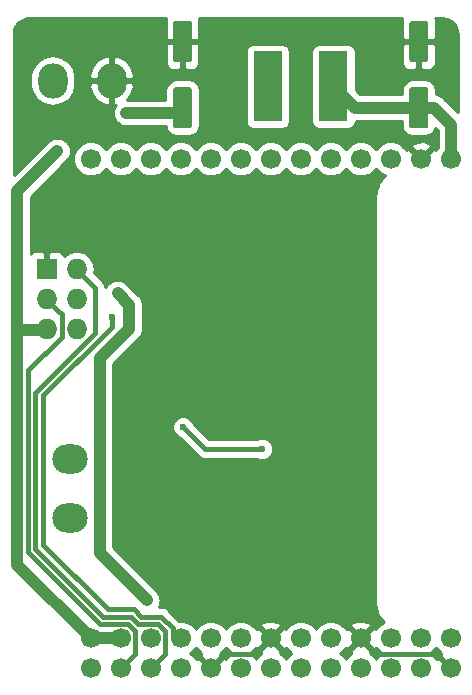
<source format=gbr>
G04 #@! TF.GenerationSoftware,KiCad,Pcbnew,5.0.2-bee76a0~70~ubuntu16.04.1*
G04 #@! TF.CreationDate,2019-04-26T01:24:52+02:00*
G04 #@! TF.ProjectId,mb-a,6d622d61-2e6b-4696-9361-645f70636258,rev?*
G04 #@! TF.SameCoordinates,Original*
G04 #@! TF.FileFunction,Copper,L2,Bot*
G04 #@! TF.FilePolarity,Positive*
%FSLAX46Y46*%
G04 Gerber Fmt 4.6, Leading zero omitted, Abs format (unit mm)*
G04 Created by KiCad (PCBNEW 5.0.2-bee76a0~70~ubuntu16.04.1) date Fri 26 Apr 2019 01:24:52 AM CEST*
%MOMM*%
%LPD*%
G01*
G04 APERTURE LIST*
G04 #@! TA.AperFunction,ComponentPad*
%ADD10O,3.000000X2.500000*%
G04 #@! TD*
G04 #@! TA.AperFunction,ComponentPad*
%ADD11O,2.500000X3.000000*%
G04 #@! TD*
G04 #@! TA.AperFunction,ComponentPad*
%ADD12C,1.700000*%
G04 #@! TD*
G04 #@! TA.AperFunction,ComponentPad*
%ADD13O,1.727200X1.727200*%
G04 #@! TD*
G04 #@! TA.AperFunction,ComponentPad*
%ADD14R,1.727200X1.727200*%
G04 #@! TD*
G04 #@! TA.AperFunction,Conductor*
%ADD15C,0.100000*%
G04 #@! TD*
G04 #@! TA.AperFunction,SMDPad,CuDef*
%ADD16C,1.600000*%
G04 #@! TD*
G04 #@! TA.AperFunction,SMDPad,CuDef*
%ADD17R,2.450000X5.900000*%
G04 #@! TD*
G04 #@! TA.AperFunction,ViaPad*
%ADD18C,3.000000*%
G04 #@! TD*
G04 #@! TA.AperFunction,ViaPad*
%ADD19C,1.000000*%
G04 #@! TD*
G04 #@! TA.AperFunction,ViaPad*
%ADD20C,0.600000*%
G04 #@! TD*
G04 #@! TA.AperFunction,Conductor*
%ADD21C,0.400000*%
G04 #@! TD*
G04 #@! TA.AperFunction,Conductor*
%ADD22C,1.000000*%
G04 #@! TD*
G04 #@! TA.AperFunction,Conductor*
%ADD23C,0.254000*%
G04 #@! TD*
G04 APERTURE END LIST*
D10*
G04 #@! TO.P,J2,2*
G04 #@! TO.N,Net-(C14-Pad1)*
X97000000Y-82000000D03*
G04 #@! TO.P,J2,1*
G04 #@! TO.N,Net-(C15-Pad2)*
X97000000Y-77000000D03*
G04 #@! TD*
D11*
G04 #@! TO.P,J1,2*
G04 #@! TO.N,+12V*
X95500000Y-45000000D03*
G04 #@! TO.P,J1,1*
G04 #@! TO.N,GND*
X100500000Y-45000000D03*
G04 #@! TD*
D12*
G04 #@! TO.P,M1,27*
G04 #@! TO.N,+5V*
X129228528Y-51634658D03*
G04 #@! TO.P,M1,28*
G04 #@! TO.N,GND*
X126688528Y-51634658D03*
G04 #@! TO.P,M1,29*
G04 #@! TO.N,N/C*
X124148528Y-51634658D03*
G04 #@! TO.P,M1,30*
X121608528Y-51634658D03*
G04 #@! TO.P,M1,31*
X119068528Y-51634658D03*
G04 #@! TO.P,M1,32*
X116528528Y-51634658D03*
G04 #@! TO.P,M1,33*
G04 #@! TO.N,/AUDIO*
X113988528Y-51634658D03*
G04 #@! TO.P,M1,34*
G04 #@! TO.N,N/C*
X111448528Y-51634658D03*
G04 #@! TO.P,M1,35*
X108908528Y-51634658D03*
G04 #@! TO.P,M1,36*
X106368528Y-51634658D03*
G04 #@! TO.P,M1,37*
X103828528Y-51634658D03*
G04 #@! TO.P,M1,38*
X101288528Y-51634658D03*
G04 #@! TO.P,M1,39*
X98748528Y-51634658D03*
G04 #@! TO.P,M1,26*
X129202892Y-92231414D03*
G04 #@! TO.P,M1,25*
G04 #@! TO.N,GND*
X129202892Y-94771414D03*
G04 #@! TO.P,M1,24*
G04 #@! TO.N,N/C*
X126662892Y-92231414D03*
G04 #@! TO.P,M1,23*
X126662892Y-94771414D03*
G04 #@! TO.P,M1,22*
X124122892Y-92231414D03*
G04 #@! TO.P,M1,21*
X124122892Y-94771414D03*
G04 #@! TO.P,M1,20*
G04 #@! TO.N,GND*
X121582892Y-92231414D03*
G04 #@! TO.P,M1,19*
G04 #@! TO.N,N/C*
X121582892Y-94771414D03*
G04 #@! TO.P,M1,18*
X119042892Y-92231414D03*
G04 #@! TO.P,M1,17*
G04 #@! TO.N,+3V3*
X119042892Y-94771414D03*
G04 #@! TO.P,M1,16*
G04 #@! TO.N,N/C*
X116502892Y-92231414D03*
G04 #@! TO.P,M1,15*
X116502892Y-94771414D03*
G04 #@! TO.P,M1,14*
G04 #@! TO.N,GND*
X113962892Y-92231414D03*
G04 #@! TO.P,M1,13*
G04 #@! TO.N,N/C*
X113962892Y-94771414D03*
G04 #@! TO.P,M1,12*
X111422892Y-92231414D03*
G04 #@! TO.P,M1,11*
X111422892Y-94771414D03*
G04 #@! TO.P,M1,10*
X108882892Y-92231414D03*
G04 #@! TO.P,M1,9*
G04 #@! TO.N,GND*
X108882892Y-94771414D03*
G04 #@! TO.P,M1,8*
G04 #@! TO.N,/ALERT*
X106342892Y-92231414D03*
G04 #@! TO.P,M1,7*
G04 #@! TO.N,N/C*
X106342892Y-94771414D03*
G04 #@! TO.P,M1,6*
G04 #@! TO.N,GND*
X103802892Y-92231414D03*
G04 #@! TO.P,M1,5*
G04 #@! TO.N,/SCL*
X103802892Y-94771414D03*
G04 #@! TO.P,M1,4*
G04 #@! TO.N,+5V*
X101262892Y-92231414D03*
G04 #@! TO.P,M1,3*
G04 #@! TO.N,/SDA*
X101262892Y-94771414D03*
G04 #@! TO.P,M1,2*
G04 #@! TO.N,+5V*
X98722892Y-92231414D03*
G04 #@! TO.P,M1,1*
G04 #@! TO.N,+3V3*
X98722892Y-94771414D03*
G04 #@! TD*
D13*
G04 #@! TO.P,X1,6*
G04 #@! TO.N,/ALERT*
X97540000Y-66000000D03*
G04 #@! TO.P,X1,5*
G04 #@! TO.N,+5V*
X95000000Y-66000000D03*
G04 #@! TO.P,X1,4*
G04 #@! TO.N,+3V3*
X97540000Y-63460000D03*
G04 #@! TO.P,X1,3*
G04 #@! TO.N,/SDA*
X95000000Y-63460000D03*
G04 #@! TO.P,X1,2*
G04 #@! TO.N,/SCL*
X97540000Y-60920000D03*
D14*
G04 #@! TO.P,X1,1*
G04 #@! TO.N,GND*
X95000000Y-60920000D03*
G04 #@! TD*
D15*
G04 #@! TO.N,GND*
G04 #@! TO.C,C4*
G36*
X107074504Y-39951204D02*
X107098773Y-39954804D01*
X107122571Y-39960765D01*
X107145671Y-39969030D01*
X107167849Y-39979520D01*
X107188893Y-39992133D01*
X107208598Y-40006747D01*
X107226777Y-40023223D01*
X107243253Y-40041402D01*
X107257867Y-40061107D01*
X107270480Y-40082151D01*
X107280970Y-40104329D01*
X107289235Y-40127429D01*
X107295196Y-40151227D01*
X107298796Y-40175496D01*
X107300000Y-40200000D01*
X107300000Y-43200000D01*
X107298796Y-43224504D01*
X107295196Y-43248773D01*
X107289235Y-43272571D01*
X107280970Y-43295671D01*
X107270480Y-43317849D01*
X107257867Y-43338893D01*
X107243253Y-43358598D01*
X107226777Y-43376777D01*
X107208598Y-43393253D01*
X107188893Y-43407867D01*
X107167849Y-43420480D01*
X107145671Y-43430970D01*
X107122571Y-43439235D01*
X107098773Y-43445196D01*
X107074504Y-43448796D01*
X107050000Y-43450000D01*
X105950000Y-43450000D01*
X105925496Y-43448796D01*
X105901227Y-43445196D01*
X105877429Y-43439235D01*
X105854329Y-43430970D01*
X105832151Y-43420480D01*
X105811107Y-43407867D01*
X105791402Y-43393253D01*
X105773223Y-43376777D01*
X105756747Y-43358598D01*
X105742133Y-43338893D01*
X105729520Y-43317849D01*
X105719030Y-43295671D01*
X105710765Y-43272571D01*
X105704804Y-43248773D01*
X105701204Y-43224504D01*
X105700000Y-43200000D01*
X105700000Y-40200000D01*
X105701204Y-40175496D01*
X105704804Y-40151227D01*
X105710765Y-40127429D01*
X105719030Y-40104329D01*
X105729520Y-40082151D01*
X105742133Y-40061107D01*
X105756747Y-40041402D01*
X105773223Y-40023223D01*
X105791402Y-40006747D01*
X105811107Y-39992133D01*
X105832151Y-39979520D01*
X105854329Y-39969030D01*
X105877429Y-39960765D01*
X105901227Y-39954804D01*
X105925496Y-39951204D01*
X105950000Y-39950000D01*
X107050000Y-39950000D01*
X107074504Y-39951204D01*
X107074504Y-39951204D01*
G37*
D16*
G04 #@! TD*
G04 #@! TO.P,C4,2*
G04 #@! TO.N,GND*
X106500000Y-41700000D03*
D15*
G04 #@! TO.N,+12V*
G04 #@! TO.C,C4*
G36*
X107074504Y-45551204D02*
X107098773Y-45554804D01*
X107122571Y-45560765D01*
X107145671Y-45569030D01*
X107167849Y-45579520D01*
X107188893Y-45592133D01*
X107208598Y-45606747D01*
X107226777Y-45623223D01*
X107243253Y-45641402D01*
X107257867Y-45661107D01*
X107270480Y-45682151D01*
X107280970Y-45704329D01*
X107289235Y-45727429D01*
X107295196Y-45751227D01*
X107298796Y-45775496D01*
X107300000Y-45800000D01*
X107300000Y-48800000D01*
X107298796Y-48824504D01*
X107295196Y-48848773D01*
X107289235Y-48872571D01*
X107280970Y-48895671D01*
X107270480Y-48917849D01*
X107257867Y-48938893D01*
X107243253Y-48958598D01*
X107226777Y-48976777D01*
X107208598Y-48993253D01*
X107188893Y-49007867D01*
X107167849Y-49020480D01*
X107145671Y-49030970D01*
X107122571Y-49039235D01*
X107098773Y-49045196D01*
X107074504Y-49048796D01*
X107050000Y-49050000D01*
X105950000Y-49050000D01*
X105925496Y-49048796D01*
X105901227Y-49045196D01*
X105877429Y-49039235D01*
X105854329Y-49030970D01*
X105832151Y-49020480D01*
X105811107Y-49007867D01*
X105791402Y-48993253D01*
X105773223Y-48976777D01*
X105756747Y-48958598D01*
X105742133Y-48938893D01*
X105729520Y-48917849D01*
X105719030Y-48895671D01*
X105710765Y-48872571D01*
X105704804Y-48848773D01*
X105701204Y-48824504D01*
X105700000Y-48800000D01*
X105700000Y-45800000D01*
X105701204Y-45775496D01*
X105704804Y-45751227D01*
X105710765Y-45727429D01*
X105719030Y-45704329D01*
X105729520Y-45682151D01*
X105742133Y-45661107D01*
X105756747Y-45641402D01*
X105773223Y-45623223D01*
X105791402Y-45606747D01*
X105811107Y-45592133D01*
X105832151Y-45579520D01*
X105854329Y-45569030D01*
X105877429Y-45560765D01*
X105901227Y-45554804D01*
X105925496Y-45551204D01*
X105950000Y-45550000D01*
X107050000Y-45550000D01*
X107074504Y-45551204D01*
X107074504Y-45551204D01*
G37*
D16*
G04 #@! TD*
G04 #@! TO.P,C4,1*
G04 #@! TO.N,+12V*
X106500000Y-47300000D03*
D15*
G04 #@! TO.N,GND*
G04 #@! TO.C,C19*
G36*
X127074504Y-39951204D02*
X127098773Y-39954804D01*
X127122571Y-39960765D01*
X127145671Y-39969030D01*
X127167849Y-39979520D01*
X127188893Y-39992133D01*
X127208598Y-40006747D01*
X127226777Y-40023223D01*
X127243253Y-40041402D01*
X127257867Y-40061107D01*
X127270480Y-40082151D01*
X127280970Y-40104329D01*
X127289235Y-40127429D01*
X127295196Y-40151227D01*
X127298796Y-40175496D01*
X127300000Y-40200000D01*
X127300000Y-43200000D01*
X127298796Y-43224504D01*
X127295196Y-43248773D01*
X127289235Y-43272571D01*
X127280970Y-43295671D01*
X127270480Y-43317849D01*
X127257867Y-43338893D01*
X127243253Y-43358598D01*
X127226777Y-43376777D01*
X127208598Y-43393253D01*
X127188893Y-43407867D01*
X127167849Y-43420480D01*
X127145671Y-43430970D01*
X127122571Y-43439235D01*
X127098773Y-43445196D01*
X127074504Y-43448796D01*
X127050000Y-43450000D01*
X125950000Y-43450000D01*
X125925496Y-43448796D01*
X125901227Y-43445196D01*
X125877429Y-43439235D01*
X125854329Y-43430970D01*
X125832151Y-43420480D01*
X125811107Y-43407867D01*
X125791402Y-43393253D01*
X125773223Y-43376777D01*
X125756747Y-43358598D01*
X125742133Y-43338893D01*
X125729520Y-43317849D01*
X125719030Y-43295671D01*
X125710765Y-43272571D01*
X125704804Y-43248773D01*
X125701204Y-43224504D01*
X125700000Y-43200000D01*
X125700000Y-40200000D01*
X125701204Y-40175496D01*
X125704804Y-40151227D01*
X125710765Y-40127429D01*
X125719030Y-40104329D01*
X125729520Y-40082151D01*
X125742133Y-40061107D01*
X125756747Y-40041402D01*
X125773223Y-40023223D01*
X125791402Y-40006747D01*
X125811107Y-39992133D01*
X125832151Y-39979520D01*
X125854329Y-39969030D01*
X125877429Y-39960765D01*
X125901227Y-39954804D01*
X125925496Y-39951204D01*
X125950000Y-39950000D01*
X127050000Y-39950000D01*
X127074504Y-39951204D01*
X127074504Y-39951204D01*
G37*
D16*
G04 #@! TD*
G04 #@! TO.P,C19,2*
G04 #@! TO.N,GND*
X126500000Y-41700000D03*
D15*
G04 #@! TO.N,+5V*
G04 #@! TO.C,C19*
G36*
X127074504Y-45551204D02*
X127098773Y-45554804D01*
X127122571Y-45560765D01*
X127145671Y-45569030D01*
X127167849Y-45579520D01*
X127188893Y-45592133D01*
X127208598Y-45606747D01*
X127226777Y-45623223D01*
X127243253Y-45641402D01*
X127257867Y-45661107D01*
X127270480Y-45682151D01*
X127280970Y-45704329D01*
X127289235Y-45727429D01*
X127295196Y-45751227D01*
X127298796Y-45775496D01*
X127300000Y-45800000D01*
X127300000Y-48800000D01*
X127298796Y-48824504D01*
X127295196Y-48848773D01*
X127289235Y-48872571D01*
X127280970Y-48895671D01*
X127270480Y-48917849D01*
X127257867Y-48938893D01*
X127243253Y-48958598D01*
X127226777Y-48976777D01*
X127208598Y-48993253D01*
X127188893Y-49007867D01*
X127167849Y-49020480D01*
X127145671Y-49030970D01*
X127122571Y-49039235D01*
X127098773Y-49045196D01*
X127074504Y-49048796D01*
X127050000Y-49050000D01*
X125950000Y-49050000D01*
X125925496Y-49048796D01*
X125901227Y-49045196D01*
X125877429Y-49039235D01*
X125854329Y-49030970D01*
X125832151Y-49020480D01*
X125811107Y-49007867D01*
X125791402Y-48993253D01*
X125773223Y-48976777D01*
X125756747Y-48958598D01*
X125742133Y-48938893D01*
X125729520Y-48917849D01*
X125719030Y-48895671D01*
X125710765Y-48872571D01*
X125704804Y-48848773D01*
X125701204Y-48824504D01*
X125700000Y-48800000D01*
X125700000Y-45800000D01*
X125701204Y-45775496D01*
X125704804Y-45751227D01*
X125710765Y-45727429D01*
X125719030Y-45704329D01*
X125729520Y-45682151D01*
X125742133Y-45661107D01*
X125756747Y-45641402D01*
X125773223Y-45623223D01*
X125791402Y-45606747D01*
X125811107Y-45592133D01*
X125832151Y-45579520D01*
X125854329Y-45569030D01*
X125877429Y-45560765D01*
X125901227Y-45554804D01*
X125925496Y-45551204D01*
X125950000Y-45550000D01*
X127050000Y-45550000D01*
X127074504Y-45551204D01*
X127074504Y-45551204D01*
G37*
D16*
G04 #@! TD*
G04 #@! TO.P,C19,1*
G04 #@! TO.N,+5V*
X126500000Y-47300000D03*
D17*
G04 #@! TO.P,L3,1*
G04 #@! TO.N,Net-(C18-Pad2)*
X113725000Y-45500000D03*
G04 #@! TO.P,L3,2*
G04 #@! TO.N,+5V*
X119275000Y-45500000D03*
G04 #@! TD*
D18*
G04 #@! TO.N,GND*
X112000000Y-73000000D03*
D19*
X106000000Y-85000000D03*
X119500000Y-86400000D03*
X108000000Y-81500000D03*
X106000000Y-61000000D03*
X108000000Y-64500000D03*
X101500000Y-76000000D03*
X101500000Y-70000000D03*
X121500000Y-70000000D03*
X121500000Y-73000000D03*
X119500000Y-59000000D03*
X111000000Y-41500000D03*
X122000000Y-44250010D03*
G04 #@! TO.N,+12V*
X101750000Y-47750000D03*
G04 #@! TO.N,+5V*
X95884000Y-50968000D03*
G04 #@! TO.N,+3V3*
X101000000Y-63000000D03*
X103500000Y-89000000D03*
D20*
G04 #@! TO.N,/AVCC*
X113260419Y-76188207D03*
X106552000Y-74336000D03*
G04 #@! TO.N,/ALERT*
X100500000Y-65000000D03*
D19*
G04 #@! TO.N,Net-(C18-Pad2)*
X114000000Y-47000000D03*
G04 #@! TD*
D21*
G04 #@! TO.N,GND*
X108882892Y-94771414D02*
X110132893Y-93521413D01*
X110132893Y-93521413D02*
X112672893Y-93521413D01*
X112672893Y-93521413D02*
X113112893Y-93081413D01*
X113112893Y-93081413D02*
X113962892Y-92231414D01*
X129202892Y-94771414D02*
X127952891Y-93521413D01*
X127952891Y-93521413D02*
X122872891Y-93521413D01*
X122872891Y-93521413D02*
X122432891Y-93081413D01*
X122432891Y-93081413D02*
X121582892Y-92231414D01*
D22*
G04 #@! TO.N,+12V*
X106450000Y-47750000D02*
X106500000Y-47800000D01*
X101750000Y-47750000D02*
X106450000Y-47750000D01*
G04 #@! TO.N,+5V*
X95884000Y-50968000D02*
X92500000Y-54352000D01*
X92500000Y-54352000D02*
X92500000Y-56681105D01*
X98722892Y-92231414D02*
X101262892Y-92231414D01*
X92500000Y-56681105D02*
X92500000Y-66000000D01*
X92500000Y-66000000D02*
X92500000Y-86008522D01*
X95000000Y-66080000D02*
X92580000Y-66080000D01*
X92580000Y-66080000D02*
X92500000Y-66000000D01*
X92500000Y-86008522D02*
X98722892Y-92231414D01*
X121075000Y-47300000D02*
X119275000Y-45500000D01*
X126500000Y-47300000D02*
X121075000Y-47300000D01*
X126500000Y-47300000D02*
X127800000Y-47300000D01*
X129228528Y-48728528D02*
X129228528Y-51634658D01*
X127800000Y-47300000D02*
X129228528Y-48728528D01*
G04 #@! TO.N,+3V3*
X99500000Y-68500000D02*
X102000000Y-66000000D01*
X102000000Y-64000000D02*
X101000000Y-63000000D01*
X99500000Y-69000000D02*
X99500000Y-68500000D01*
X103500000Y-89000000D02*
X99500000Y-85000000D01*
X102000000Y-66000000D02*
X102000000Y-64000000D01*
X99500000Y-85000000D02*
X99500000Y-69000000D01*
D21*
G04 #@! TO.N,/AVCC*
X112836155Y-76188207D02*
X113260419Y-76188207D01*
X108404207Y-76188207D02*
X112836155Y-76188207D01*
X106552000Y-74336000D02*
X108404207Y-76188207D01*
G04 #@! TO.N,/SDA*
X96263601Y-64803601D02*
X95863599Y-64403599D01*
X96263601Y-66686529D02*
X96263601Y-64803601D01*
X93440629Y-69509501D02*
X96263601Y-66686529D01*
X93440629Y-84877941D02*
X93440629Y-69509501D01*
X99544101Y-90981413D02*
X93440629Y-84877941D01*
X95863599Y-64403599D02*
X95000000Y-63540000D01*
X101862893Y-90981413D02*
X99544101Y-90981413D01*
X102512893Y-91631413D02*
X101862893Y-90981413D01*
X102512893Y-93521413D02*
X102512893Y-91631413D01*
X101262892Y-94771414D02*
X102512893Y-93521413D01*
G04 #@! TO.N,/SCL*
X94040640Y-71449490D02*
X99115757Y-66374373D01*
X98403599Y-61863599D02*
X97540000Y-61000000D01*
X102111425Y-90381403D02*
X99792633Y-90381403D01*
X104402893Y-90981413D02*
X102711435Y-90981413D01*
X102711435Y-90981413D02*
X102111425Y-90381403D01*
X105052893Y-91631413D02*
X104402893Y-90981413D01*
X99115757Y-66374373D02*
X99115757Y-62575757D01*
X99115757Y-62575757D02*
X98403599Y-61863599D01*
X99792633Y-90381403D02*
X94040640Y-84629410D01*
X94040640Y-84629410D02*
X94040640Y-71449490D01*
X105052893Y-93521413D02*
X105052893Y-91631413D01*
X103802892Y-94771414D02*
X105052893Y-93521413D01*
G04 #@! TO.N,/ALERT*
X100153742Y-89781392D02*
X94702609Y-84330259D01*
X94702609Y-71636064D02*
X100500000Y-65838673D01*
X102359957Y-89781392D02*
X100153742Y-89781392D01*
X104651425Y-90381402D02*
X102959966Y-90381402D01*
X94702609Y-84330259D02*
X94702609Y-71636064D01*
X105652904Y-91382881D02*
X104651425Y-90381402D01*
X100500000Y-65838673D02*
X100500000Y-65000000D01*
X105652904Y-92231414D02*
X105652904Y-91382881D01*
X106342892Y-92231414D02*
X105652904Y-92231414D01*
X102959966Y-90381402D02*
X102359957Y-89781392D01*
D22*
G04 #@! TO.N,Net-(C18-Pad2)*
X113725000Y-45500000D02*
X113725000Y-46225000D01*
G04 #@! TD*
D23*
G04 #@! TO.N,GND*
G36*
X110163970Y-93072599D02*
X110581707Y-93490336D01*
X110608452Y-93501414D01*
X110581707Y-93512492D01*
X110163970Y-93930229D01*
X110144737Y-93976661D01*
X109926850Y-93907061D01*
X109062497Y-94771414D01*
X109076640Y-94785557D01*
X108897035Y-94965162D01*
X108882892Y-94951019D01*
X108868750Y-94965162D01*
X108689145Y-94785557D01*
X108703287Y-94771414D01*
X107838934Y-93907061D01*
X107621047Y-93976661D01*
X107601814Y-93930229D01*
X107184077Y-93512492D01*
X107157332Y-93501414D01*
X107184077Y-93490336D01*
X107601814Y-93072599D01*
X107612892Y-93045854D01*
X107623970Y-93072599D01*
X108041707Y-93490336D01*
X108088139Y-93509569D01*
X108018539Y-93727456D01*
X108882892Y-94591809D01*
X109747245Y-93727456D01*
X109677645Y-93509569D01*
X109724077Y-93490336D01*
X110141814Y-93072599D01*
X110152892Y-93045854D01*
X110163970Y-93072599D01*
X110163970Y-93072599D01*
G37*
X110163970Y-93072599D02*
X110581707Y-93490336D01*
X110608452Y-93501414D01*
X110581707Y-93512492D01*
X110163970Y-93930229D01*
X110144737Y-93976661D01*
X109926850Y-93907061D01*
X109062497Y-94771414D01*
X109076640Y-94785557D01*
X108897035Y-94965162D01*
X108882892Y-94951019D01*
X108868750Y-94965162D01*
X108689145Y-94785557D01*
X108703287Y-94771414D01*
X107838934Y-93907061D01*
X107621047Y-93976661D01*
X107601814Y-93930229D01*
X107184077Y-93512492D01*
X107157332Y-93501414D01*
X107184077Y-93490336D01*
X107601814Y-93072599D01*
X107612892Y-93045854D01*
X107623970Y-93072599D01*
X108041707Y-93490336D01*
X108088139Y-93509569D01*
X108018539Y-93727456D01*
X108882892Y-94591809D01*
X109747245Y-93727456D01*
X109677645Y-93509569D01*
X109724077Y-93490336D01*
X110141814Y-93072599D01*
X110152892Y-93045854D01*
X110163970Y-93072599D01*
G36*
X127943970Y-93072599D02*
X128361707Y-93490336D01*
X128408139Y-93509569D01*
X128338539Y-93727456D01*
X129202892Y-94591809D01*
X129217035Y-94577667D01*
X129396640Y-94757272D01*
X129382497Y-94771414D01*
X129396640Y-94785557D01*
X129217035Y-94965162D01*
X129202892Y-94951019D01*
X129188750Y-94965162D01*
X129009145Y-94785557D01*
X129023287Y-94771414D01*
X128158934Y-93907061D01*
X127941047Y-93976661D01*
X127921814Y-93930229D01*
X127504077Y-93512492D01*
X127477332Y-93501414D01*
X127504077Y-93490336D01*
X127921814Y-93072599D01*
X127932892Y-93045854D01*
X127943970Y-93072599D01*
X127943970Y-93072599D01*
G37*
X127943970Y-93072599D02*
X128361707Y-93490336D01*
X128408139Y-93509569D01*
X128338539Y-93727456D01*
X129202892Y-94591809D01*
X129217035Y-94577667D01*
X129396640Y-94757272D01*
X129382497Y-94771414D01*
X129396640Y-94785557D01*
X129217035Y-94965162D01*
X129202892Y-94951019D01*
X129188750Y-94965162D01*
X129009145Y-94785557D01*
X129023287Y-94771414D01*
X128158934Y-93907061D01*
X127941047Y-93976661D01*
X127921814Y-93930229D01*
X127504077Y-93512492D01*
X127477332Y-93501414D01*
X127504077Y-93490336D01*
X127921814Y-93072599D01*
X127932892Y-93045854D01*
X127943970Y-93072599D01*
G36*
X105065000Y-39823691D02*
X105065000Y-41414250D01*
X105223750Y-41573000D01*
X106373000Y-41573000D01*
X106373000Y-41553000D01*
X106627000Y-41553000D01*
X106627000Y-41573000D01*
X107776250Y-41573000D01*
X107935000Y-41414250D01*
X107935000Y-39823691D01*
X107887908Y-39710000D01*
X125112092Y-39710000D01*
X125065000Y-39823691D01*
X125065000Y-41414250D01*
X125223750Y-41573000D01*
X126373000Y-41573000D01*
X126373000Y-41553000D01*
X126627000Y-41553000D01*
X126627000Y-41573000D01*
X127776250Y-41573000D01*
X127935000Y-41414250D01*
X127935000Y-39823691D01*
X127887908Y-39710000D01*
X128449420Y-39710000D01*
X128860027Y-39768803D01*
X129191110Y-39919338D01*
X129466639Y-40156749D01*
X129664456Y-40461944D01*
X129775700Y-40833917D01*
X129790001Y-41026362D01*
X129790000Y-47684869D01*
X128681613Y-46576482D01*
X128618289Y-46481711D01*
X128242855Y-46230854D01*
X127947440Y-46172093D01*
X127947440Y-45800000D01*
X127879126Y-45456565D01*
X127684586Y-45165414D01*
X127393435Y-44970874D01*
X127050000Y-44902560D01*
X125950000Y-44902560D01*
X125606565Y-44970874D01*
X125315414Y-45165414D01*
X125120874Y-45456565D01*
X125052560Y-45800000D01*
X125052560Y-46165000D01*
X121545132Y-46165000D01*
X121147440Y-45767308D01*
X121147440Y-42550000D01*
X121098157Y-42302235D01*
X120957809Y-42092191D01*
X120798511Y-41985750D01*
X125065000Y-41985750D01*
X125065000Y-43576309D01*
X125161673Y-43809698D01*
X125340301Y-43988327D01*
X125573690Y-44085000D01*
X126214250Y-44085000D01*
X126373000Y-43926250D01*
X126373000Y-41827000D01*
X126627000Y-41827000D01*
X126627000Y-43926250D01*
X126785750Y-44085000D01*
X127426310Y-44085000D01*
X127659699Y-43988327D01*
X127838327Y-43809698D01*
X127935000Y-43576309D01*
X127935000Y-41985750D01*
X127776250Y-41827000D01*
X126627000Y-41827000D01*
X126373000Y-41827000D01*
X125223750Y-41827000D01*
X125065000Y-41985750D01*
X120798511Y-41985750D01*
X120747765Y-41951843D01*
X120500000Y-41902560D01*
X118050000Y-41902560D01*
X117802235Y-41951843D01*
X117592191Y-42092191D01*
X117451843Y-42302235D01*
X117402560Y-42550000D01*
X117402560Y-48450000D01*
X117451843Y-48697765D01*
X117592191Y-48907809D01*
X117802235Y-49048157D01*
X118050000Y-49097440D01*
X120500000Y-49097440D01*
X120747765Y-49048157D01*
X120957809Y-48907809D01*
X121098157Y-48697765D01*
X121147440Y-48450000D01*
X121147440Y-48442825D01*
X121186781Y-48435000D01*
X125052560Y-48435000D01*
X125052560Y-48800000D01*
X125120874Y-49143435D01*
X125315414Y-49434586D01*
X125606565Y-49629126D01*
X125950000Y-49697440D01*
X127050000Y-49697440D01*
X127393435Y-49629126D01*
X127684586Y-49434586D01*
X127879126Y-49143435D01*
X127905535Y-49010667D01*
X128093528Y-49198660D01*
X128093529Y-50669550D01*
X127969606Y-50793473D01*
X127950373Y-50839905D01*
X127732486Y-50770305D01*
X126868133Y-51634658D01*
X126882276Y-51648801D01*
X126702671Y-51828406D01*
X126688528Y-51814263D01*
X126674386Y-51828406D01*
X126494781Y-51648801D01*
X126508923Y-51634658D01*
X125644570Y-50770305D01*
X125426683Y-50839905D01*
X125407450Y-50793473D01*
X125204677Y-50590700D01*
X125824175Y-50590700D01*
X126688528Y-51455053D01*
X127552881Y-50590700D01*
X127472608Y-50339399D01*
X126917249Y-50137940D01*
X126327070Y-50164343D01*
X125904448Y-50339399D01*
X125824175Y-50590700D01*
X125204677Y-50590700D01*
X124989713Y-50375736D01*
X124443913Y-50149658D01*
X123853143Y-50149658D01*
X123307343Y-50375736D01*
X122889606Y-50793473D01*
X122878528Y-50820218D01*
X122867450Y-50793473D01*
X122449713Y-50375736D01*
X121903913Y-50149658D01*
X121313143Y-50149658D01*
X120767343Y-50375736D01*
X120349606Y-50793473D01*
X120338528Y-50820218D01*
X120327450Y-50793473D01*
X119909713Y-50375736D01*
X119363913Y-50149658D01*
X118773143Y-50149658D01*
X118227343Y-50375736D01*
X117809606Y-50793473D01*
X117798528Y-50820218D01*
X117787450Y-50793473D01*
X117369713Y-50375736D01*
X116823913Y-50149658D01*
X116233143Y-50149658D01*
X115687343Y-50375736D01*
X115269606Y-50793473D01*
X115258528Y-50820218D01*
X115247450Y-50793473D01*
X114829713Y-50375736D01*
X114283913Y-50149658D01*
X113693143Y-50149658D01*
X113147343Y-50375736D01*
X112729606Y-50793473D01*
X112718528Y-50820218D01*
X112707450Y-50793473D01*
X112289713Y-50375736D01*
X111743913Y-50149658D01*
X111153143Y-50149658D01*
X110607343Y-50375736D01*
X110189606Y-50793473D01*
X110178528Y-50820218D01*
X110167450Y-50793473D01*
X109749713Y-50375736D01*
X109203913Y-50149658D01*
X108613143Y-50149658D01*
X108067343Y-50375736D01*
X107649606Y-50793473D01*
X107638528Y-50820218D01*
X107627450Y-50793473D01*
X107209713Y-50375736D01*
X106663913Y-50149658D01*
X106073143Y-50149658D01*
X105527343Y-50375736D01*
X105109606Y-50793473D01*
X105098528Y-50820218D01*
X105087450Y-50793473D01*
X104669713Y-50375736D01*
X104123913Y-50149658D01*
X103533143Y-50149658D01*
X102987343Y-50375736D01*
X102569606Y-50793473D01*
X102558528Y-50820218D01*
X102547450Y-50793473D01*
X102129713Y-50375736D01*
X101583913Y-50149658D01*
X100993143Y-50149658D01*
X100447343Y-50375736D01*
X100029606Y-50793473D01*
X100018528Y-50820218D01*
X100007450Y-50793473D01*
X99589713Y-50375736D01*
X99043913Y-50149658D01*
X98453143Y-50149658D01*
X97907343Y-50375736D01*
X97489606Y-50793473D01*
X97263528Y-51339273D01*
X97263528Y-51930043D01*
X97489606Y-52475843D01*
X97907343Y-52893580D01*
X98453143Y-53119658D01*
X99043913Y-53119658D01*
X99589713Y-52893580D01*
X100007450Y-52475843D01*
X100018528Y-52449098D01*
X100029606Y-52475843D01*
X100447343Y-52893580D01*
X100993143Y-53119658D01*
X101583913Y-53119658D01*
X102129713Y-52893580D01*
X102547450Y-52475843D01*
X102558528Y-52449098D01*
X102569606Y-52475843D01*
X102987343Y-52893580D01*
X103533143Y-53119658D01*
X104123913Y-53119658D01*
X104669713Y-52893580D01*
X105087450Y-52475843D01*
X105098528Y-52449098D01*
X105109606Y-52475843D01*
X105527343Y-52893580D01*
X106073143Y-53119658D01*
X106663913Y-53119658D01*
X107209713Y-52893580D01*
X107627450Y-52475843D01*
X107638528Y-52449098D01*
X107649606Y-52475843D01*
X108067343Y-52893580D01*
X108613143Y-53119658D01*
X109203913Y-53119658D01*
X109749713Y-52893580D01*
X110167450Y-52475843D01*
X110178528Y-52449098D01*
X110189606Y-52475843D01*
X110607343Y-52893580D01*
X111153143Y-53119658D01*
X111743913Y-53119658D01*
X112289713Y-52893580D01*
X112707450Y-52475843D01*
X112718528Y-52449098D01*
X112729606Y-52475843D01*
X113147343Y-52893580D01*
X113693143Y-53119658D01*
X114283913Y-53119658D01*
X114829713Y-52893580D01*
X115247450Y-52475843D01*
X115258528Y-52449098D01*
X115269606Y-52475843D01*
X115687343Y-52893580D01*
X116233143Y-53119658D01*
X116823913Y-53119658D01*
X117369713Y-52893580D01*
X117787450Y-52475843D01*
X117798528Y-52449098D01*
X117809606Y-52475843D01*
X118227343Y-52893580D01*
X118773143Y-53119658D01*
X119363913Y-53119658D01*
X119909713Y-52893580D01*
X120327450Y-52475843D01*
X120338528Y-52449098D01*
X120349606Y-52475843D01*
X120767343Y-52893580D01*
X121313143Y-53119658D01*
X121903913Y-53119658D01*
X122449713Y-52893580D01*
X122867450Y-52475843D01*
X122878528Y-52449098D01*
X122889606Y-52475843D01*
X123307343Y-52893580D01*
X123644195Y-53033109D01*
X123277224Y-53458998D01*
X123225286Y-53540211D01*
X123172404Y-53620716D01*
X123168766Y-53628590D01*
X122934060Y-54144799D01*
X122907020Y-54237268D01*
X122878842Y-54329435D01*
X122877560Y-54338014D01*
X122799893Y-54880338D01*
X122790000Y-54930075D01*
X122790001Y-89069926D01*
X122795169Y-89095908D01*
X122813920Y-89348235D01*
X122829474Y-89418981D01*
X122839302Y-89490726D01*
X122841736Y-89499052D01*
X123004213Y-90042337D01*
X123044652Y-90129855D01*
X123083978Y-90217770D01*
X123088648Y-90225072D01*
X123088651Y-90225078D01*
X123088655Y-90225082D01*
X123397080Y-90700924D01*
X123460440Y-90773555D01*
X123522876Y-90846918D01*
X123529413Y-90852621D01*
X123542947Y-90864283D01*
X123281707Y-90972492D01*
X122863970Y-91390229D01*
X122844737Y-91436661D01*
X122626850Y-91367061D01*
X121762497Y-92231414D01*
X122626850Y-93095767D01*
X122844737Y-93026167D01*
X122863970Y-93072599D01*
X123281707Y-93490336D01*
X123308452Y-93501414D01*
X123281707Y-93512492D01*
X122863970Y-93930229D01*
X122852892Y-93956974D01*
X122841814Y-93930229D01*
X122424077Y-93512492D01*
X122377645Y-93493259D01*
X122447245Y-93275372D01*
X121582892Y-92411019D01*
X120718539Y-93275372D01*
X120788139Y-93493259D01*
X120741707Y-93512492D01*
X120323970Y-93930229D01*
X120312892Y-93956974D01*
X120301814Y-93930229D01*
X119884077Y-93512492D01*
X119857332Y-93501414D01*
X119884077Y-93490336D01*
X120301814Y-93072599D01*
X120321047Y-93026167D01*
X120538934Y-93095767D01*
X121403287Y-92231414D01*
X120538934Y-91367061D01*
X120321047Y-91436661D01*
X120301814Y-91390229D01*
X120099041Y-91187456D01*
X120718539Y-91187456D01*
X121582892Y-92051809D01*
X122447245Y-91187456D01*
X122366972Y-90936155D01*
X121811613Y-90734696D01*
X121221434Y-90761099D01*
X120798812Y-90936155D01*
X120718539Y-91187456D01*
X120099041Y-91187456D01*
X119884077Y-90972492D01*
X119338277Y-90746414D01*
X118747507Y-90746414D01*
X118201707Y-90972492D01*
X117783970Y-91390229D01*
X117772892Y-91416974D01*
X117761814Y-91390229D01*
X117344077Y-90972492D01*
X116798277Y-90746414D01*
X116207507Y-90746414D01*
X115661707Y-90972492D01*
X115243970Y-91390229D01*
X115224737Y-91436661D01*
X115006850Y-91367061D01*
X114142497Y-92231414D01*
X115006850Y-93095767D01*
X115224737Y-93026167D01*
X115243970Y-93072599D01*
X115661707Y-93490336D01*
X115688452Y-93501414D01*
X115661707Y-93512492D01*
X115243970Y-93930229D01*
X115232892Y-93956974D01*
X115221814Y-93930229D01*
X114804077Y-93512492D01*
X114757645Y-93493259D01*
X114827245Y-93275372D01*
X113962892Y-92411019D01*
X113098539Y-93275372D01*
X113168139Y-93493259D01*
X113121707Y-93512492D01*
X112703970Y-93930229D01*
X112692892Y-93956974D01*
X112681814Y-93930229D01*
X112264077Y-93512492D01*
X112237332Y-93501414D01*
X112264077Y-93490336D01*
X112681814Y-93072599D01*
X112701047Y-93026167D01*
X112918934Y-93095767D01*
X113783287Y-92231414D01*
X112918934Y-91367061D01*
X112701047Y-91436661D01*
X112681814Y-91390229D01*
X112479041Y-91187456D01*
X113098539Y-91187456D01*
X113962892Y-92051809D01*
X114827245Y-91187456D01*
X114746972Y-90936155D01*
X114191613Y-90734696D01*
X113601434Y-90761099D01*
X113178812Y-90936155D01*
X113098539Y-91187456D01*
X112479041Y-91187456D01*
X112264077Y-90972492D01*
X111718277Y-90746414D01*
X111127507Y-90746414D01*
X110581707Y-90972492D01*
X110163970Y-91390229D01*
X110152892Y-91416974D01*
X110141814Y-91390229D01*
X109724077Y-90972492D01*
X109178277Y-90746414D01*
X108587507Y-90746414D01*
X108041707Y-90972492D01*
X107623970Y-91390229D01*
X107612892Y-91416974D01*
X107601814Y-91390229D01*
X107184077Y-90972492D01*
X106638277Y-90746414D01*
X106203323Y-90746414D01*
X106185186Y-90734296D01*
X105300012Y-89849122D01*
X105253426Y-89779401D01*
X104977226Y-89594850D01*
X104733662Y-89546402D01*
X104733658Y-89546402D01*
X104651425Y-89530045D01*
X104569192Y-89546402D01*
X104502188Y-89546402D01*
X104505829Y-89537613D01*
X104569145Y-89442854D01*
X104591379Y-89331076D01*
X104635000Y-89225766D01*
X104635000Y-89111781D01*
X104657235Y-88999999D01*
X104635000Y-88888217D01*
X104635000Y-88774234D01*
X104591380Y-88668925D01*
X104569145Y-88557145D01*
X104505828Y-88462384D01*
X104462207Y-88357074D01*
X104142926Y-88037793D01*
X104142924Y-88037792D01*
X100635000Y-84529869D01*
X100635000Y-74150017D01*
X105617000Y-74150017D01*
X105617000Y-74521983D01*
X105759345Y-74865635D01*
X106022365Y-75128655D01*
X106263788Y-75228656D01*
X107755623Y-76720492D01*
X107802206Y-76790208D01*
X108078406Y-76974759D01*
X108321970Y-77023207D01*
X108321973Y-77023207D01*
X108404206Y-77039564D01*
X108486439Y-77023207D01*
X112833014Y-77023207D01*
X113074436Y-77123207D01*
X113446402Y-77123207D01*
X113790054Y-76980862D01*
X114053074Y-76717842D01*
X114195419Y-76374190D01*
X114195419Y-76002224D01*
X114053074Y-75658572D01*
X113790054Y-75395552D01*
X113446402Y-75253207D01*
X113074436Y-75253207D01*
X112833014Y-75353207D01*
X108750076Y-75353207D01*
X107444656Y-74047788D01*
X107344655Y-73806365D01*
X107081635Y-73543345D01*
X106737983Y-73401000D01*
X106366017Y-73401000D01*
X106022365Y-73543345D01*
X105759345Y-73806365D01*
X105617000Y-74150017D01*
X100635000Y-74150017D01*
X100635000Y-68970131D01*
X102723521Y-66881610D01*
X102818289Y-66818289D01*
X103069146Y-66442855D01*
X103135000Y-66111783D01*
X103135000Y-66111782D01*
X103157235Y-66000000D01*
X103135000Y-65888217D01*
X103135000Y-64111783D01*
X103157235Y-64000000D01*
X103069146Y-63557145D01*
X102881609Y-63276476D01*
X102818289Y-63181711D01*
X102723523Y-63118391D01*
X101962208Y-62357077D01*
X101962207Y-62357074D01*
X101642926Y-62037793D01*
X101537616Y-61994172D01*
X101442854Y-61930854D01*
X101331073Y-61908619D01*
X101225766Y-61865000D01*
X101111783Y-61865000D01*
X101000000Y-61842765D01*
X100888217Y-61865000D01*
X100774234Y-61865000D01*
X100668927Y-61908619D01*
X100557146Y-61930854D01*
X100462384Y-61994172D01*
X100357074Y-62037793D01*
X100276472Y-62118395D01*
X100181712Y-62181712D01*
X100118395Y-62276472D01*
X100037793Y-62357074D01*
X99994172Y-62462384D01*
X99955944Y-62519596D01*
X99935854Y-62418600D01*
X99902309Y-62249956D01*
X99717758Y-61973756D01*
X99648039Y-61927171D01*
X99052187Y-61331320D01*
X99052183Y-61331314D01*
X98997100Y-61276231D01*
X99067959Y-60920000D01*
X98951650Y-60335275D01*
X98620430Y-59839570D01*
X98124725Y-59508350D01*
X97687598Y-59421400D01*
X97392402Y-59421400D01*
X96955275Y-59508350D01*
X96460773Y-59838766D01*
X96401927Y-59696701D01*
X96223298Y-59518073D01*
X95989909Y-59421400D01*
X95285750Y-59421400D01*
X95127000Y-59580150D01*
X95127000Y-60793000D01*
X95147000Y-60793000D01*
X95147000Y-61047000D01*
X95127000Y-61047000D01*
X95127000Y-61067000D01*
X94873000Y-61067000D01*
X94873000Y-61047000D01*
X94853000Y-61047000D01*
X94853000Y-60793000D01*
X94873000Y-60793000D01*
X94873000Y-59580150D01*
X94714250Y-59421400D01*
X94010091Y-59421400D01*
X93776702Y-59518073D01*
X93635000Y-59659774D01*
X93635000Y-54822131D01*
X96526924Y-51930208D01*
X96526926Y-51930207D01*
X96846207Y-51610926D01*
X96889827Y-51505619D01*
X96953146Y-51410855D01*
X96975381Y-51299072D01*
X97019000Y-51193766D01*
X97019000Y-51079783D01*
X97041235Y-50968000D01*
X97019000Y-50856217D01*
X97019000Y-50742234D01*
X96975381Y-50636927D01*
X96953146Y-50525146D01*
X96889828Y-50430384D01*
X96846207Y-50325074D01*
X96765605Y-50244472D01*
X96702288Y-50149712D01*
X96607528Y-50086395D01*
X96526926Y-50005793D01*
X96421616Y-49962172D01*
X96326854Y-49898854D01*
X96215073Y-49876619D01*
X96109766Y-49833000D01*
X95995783Y-49833000D01*
X95884000Y-49810765D01*
X95772217Y-49833000D01*
X95658234Y-49833000D01*
X95552928Y-49876619D01*
X95441145Y-49898854D01*
X95346381Y-49962173D01*
X95241074Y-50005793D01*
X94921793Y-50325074D01*
X94921792Y-50325076D01*
X92210000Y-53036869D01*
X92210000Y-47750000D01*
X100592765Y-47750000D01*
X100615000Y-47861783D01*
X100615000Y-47975766D01*
X100658619Y-48081072D01*
X100680854Y-48192855D01*
X100744174Y-48287620D01*
X100787793Y-48392926D01*
X100868390Y-48473523D01*
X100931711Y-48568289D01*
X101026476Y-48631609D01*
X101107074Y-48712207D01*
X101212380Y-48755826D01*
X101307145Y-48819146D01*
X101418928Y-48841381D01*
X101524234Y-48885000D01*
X105069468Y-48885000D01*
X105120874Y-49143435D01*
X105315414Y-49434586D01*
X105606565Y-49629126D01*
X105950000Y-49697440D01*
X107050000Y-49697440D01*
X107393435Y-49629126D01*
X107684586Y-49434586D01*
X107879126Y-49143435D01*
X107947440Y-48800000D01*
X107947440Y-45800000D01*
X107879126Y-45456565D01*
X107684586Y-45165414D01*
X107393435Y-44970874D01*
X107050000Y-44902560D01*
X105950000Y-44902560D01*
X105606565Y-44970874D01*
X105315414Y-45165414D01*
X105120874Y-45456565D01*
X105052560Y-45800000D01*
X105052560Y-46615000D01*
X101783703Y-46615000D01*
X102175017Y-46132194D01*
X102385115Y-45424040D01*
X102230382Y-45127000D01*
X100627000Y-45127000D01*
X100627000Y-46971572D01*
X100839123Y-47055744D01*
X100787793Y-47107074D01*
X100744174Y-47212380D01*
X100680854Y-47307145D01*
X100658619Y-47418928D01*
X100615000Y-47524234D01*
X100615000Y-47638217D01*
X100592765Y-47750000D01*
X92210000Y-47750000D01*
X92210000Y-44564345D01*
X93615000Y-44564345D01*
X93615000Y-45435654D01*
X93724369Y-45985489D01*
X94140991Y-46609009D01*
X94764510Y-47025631D01*
X95500000Y-47171929D01*
X96235489Y-47025631D01*
X96859009Y-46609009D01*
X97275631Y-45985490D01*
X97385000Y-45435655D01*
X97385000Y-45424040D01*
X98614885Y-45424040D01*
X98824983Y-46132194D01*
X99290087Y-46706042D01*
X99939389Y-47058221D01*
X100080355Y-47087695D01*
X100373000Y-46971572D01*
X100373000Y-45127000D01*
X98769618Y-45127000D01*
X98614885Y-45424040D01*
X97385000Y-45424040D01*
X97385000Y-44575960D01*
X98614885Y-44575960D01*
X98769618Y-44873000D01*
X100373000Y-44873000D01*
X100373000Y-43028428D01*
X100627000Y-43028428D01*
X100627000Y-44873000D01*
X102230382Y-44873000D01*
X102385115Y-44575960D01*
X102175017Y-43867806D01*
X101709913Y-43293958D01*
X101060611Y-42941779D01*
X100919645Y-42912305D01*
X100627000Y-43028428D01*
X100373000Y-43028428D01*
X100080355Y-42912305D01*
X99939389Y-42941779D01*
X99290087Y-43293958D01*
X98824983Y-43867806D01*
X98614885Y-44575960D01*
X97385000Y-44575960D01*
X97385000Y-44564346D01*
X97275631Y-44014510D01*
X96859009Y-43390991D01*
X96235490Y-42974369D01*
X95500000Y-42828071D01*
X94764511Y-42974369D01*
X94140991Y-43390991D01*
X93724369Y-44014510D01*
X93615000Y-44564345D01*
X92210000Y-44564345D01*
X92210000Y-41985750D01*
X105065000Y-41985750D01*
X105065000Y-43576309D01*
X105161673Y-43809698D01*
X105340301Y-43988327D01*
X105573690Y-44085000D01*
X106214250Y-44085000D01*
X106373000Y-43926250D01*
X106373000Y-41827000D01*
X106627000Y-41827000D01*
X106627000Y-43926250D01*
X106785750Y-44085000D01*
X107426310Y-44085000D01*
X107659699Y-43988327D01*
X107838327Y-43809698D01*
X107935000Y-43576309D01*
X107935000Y-42550000D01*
X111852560Y-42550000D01*
X111852560Y-48450000D01*
X111901843Y-48697765D01*
X112042191Y-48907809D01*
X112252235Y-49048157D01*
X112500000Y-49097440D01*
X114950000Y-49097440D01*
X115197765Y-49048157D01*
X115407809Y-48907809D01*
X115548157Y-48697765D01*
X115597440Y-48450000D01*
X115597440Y-42550000D01*
X115548157Y-42302235D01*
X115407809Y-42092191D01*
X115197765Y-41951843D01*
X114950000Y-41902560D01*
X112500000Y-41902560D01*
X112252235Y-41951843D01*
X112042191Y-42092191D01*
X111901843Y-42302235D01*
X111852560Y-42550000D01*
X107935000Y-42550000D01*
X107935000Y-41985750D01*
X107776250Y-41827000D01*
X106627000Y-41827000D01*
X106373000Y-41827000D01*
X105223750Y-41827000D01*
X105065000Y-41985750D01*
X92210000Y-41985750D01*
X92210000Y-41050580D01*
X92268803Y-40639973D01*
X92419338Y-40308890D01*
X92656749Y-40033361D01*
X92961944Y-39835544D01*
X93333917Y-39724300D01*
X93526348Y-39710000D01*
X105112092Y-39710000D01*
X105065000Y-39823691D01*
X105065000Y-39823691D01*
G37*
X105065000Y-39823691D02*
X105065000Y-41414250D01*
X105223750Y-41573000D01*
X106373000Y-41573000D01*
X106373000Y-41553000D01*
X106627000Y-41553000D01*
X106627000Y-41573000D01*
X107776250Y-41573000D01*
X107935000Y-41414250D01*
X107935000Y-39823691D01*
X107887908Y-39710000D01*
X125112092Y-39710000D01*
X125065000Y-39823691D01*
X125065000Y-41414250D01*
X125223750Y-41573000D01*
X126373000Y-41573000D01*
X126373000Y-41553000D01*
X126627000Y-41553000D01*
X126627000Y-41573000D01*
X127776250Y-41573000D01*
X127935000Y-41414250D01*
X127935000Y-39823691D01*
X127887908Y-39710000D01*
X128449420Y-39710000D01*
X128860027Y-39768803D01*
X129191110Y-39919338D01*
X129466639Y-40156749D01*
X129664456Y-40461944D01*
X129775700Y-40833917D01*
X129790001Y-41026362D01*
X129790000Y-47684869D01*
X128681613Y-46576482D01*
X128618289Y-46481711D01*
X128242855Y-46230854D01*
X127947440Y-46172093D01*
X127947440Y-45800000D01*
X127879126Y-45456565D01*
X127684586Y-45165414D01*
X127393435Y-44970874D01*
X127050000Y-44902560D01*
X125950000Y-44902560D01*
X125606565Y-44970874D01*
X125315414Y-45165414D01*
X125120874Y-45456565D01*
X125052560Y-45800000D01*
X125052560Y-46165000D01*
X121545132Y-46165000D01*
X121147440Y-45767308D01*
X121147440Y-42550000D01*
X121098157Y-42302235D01*
X120957809Y-42092191D01*
X120798511Y-41985750D01*
X125065000Y-41985750D01*
X125065000Y-43576309D01*
X125161673Y-43809698D01*
X125340301Y-43988327D01*
X125573690Y-44085000D01*
X126214250Y-44085000D01*
X126373000Y-43926250D01*
X126373000Y-41827000D01*
X126627000Y-41827000D01*
X126627000Y-43926250D01*
X126785750Y-44085000D01*
X127426310Y-44085000D01*
X127659699Y-43988327D01*
X127838327Y-43809698D01*
X127935000Y-43576309D01*
X127935000Y-41985750D01*
X127776250Y-41827000D01*
X126627000Y-41827000D01*
X126373000Y-41827000D01*
X125223750Y-41827000D01*
X125065000Y-41985750D01*
X120798511Y-41985750D01*
X120747765Y-41951843D01*
X120500000Y-41902560D01*
X118050000Y-41902560D01*
X117802235Y-41951843D01*
X117592191Y-42092191D01*
X117451843Y-42302235D01*
X117402560Y-42550000D01*
X117402560Y-48450000D01*
X117451843Y-48697765D01*
X117592191Y-48907809D01*
X117802235Y-49048157D01*
X118050000Y-49097440D01*
X120500000Y-49097440D01*
X120747765Y-49048157D01*
X120957809Y-48907809D01*
X121098157Y-48697765D01*
X121147440Y-48450000D01*
X121147440Y-48442825D01*
X121186781Y-48435000D01*
X125052560Y-48435000D01*
X125052560Y-48800000D01*
X125120874Y-49143435D01*
X125315414Y-49434586D01*
X125606565Y-49629126D01*
X125950000Y-49697440D01*
X127050000Y-49697440D01*
X127393435Y-49629126D01*
X127684586Y-49434586D01*
X127879126Y-49143435D01*
X127905535Y-49010667D01*
X128093528Y-49198660D01*
X128093529Y-50669550D01*
X127969606Y-50793473D01*
X127950373Y-50839905D01*
X127732486Y-50770305D01*
X126868133Y-51634658D01*
X126882276Y-51648801D01*
X126702671Y-51828406D01*
X126688528Y-51814263D01*
X126674386Y-51828406D01*
X126494781Y-51648801D01*
X126508923Y-51634658D01*
X125644570Y-50770305D01*
X125426683Y-50839905D01*
X125407450Y-50793473D01*
X125204677Y-50590700D01*
X125824175Y-50590700D01*
X126688528Y-51455053D01*
X127552881Y-50590700D01*
X127472608Y-50339399D01*
X126917249Y-50137940D01*
X126327070Y-50164343D01*
X125904448Y-50339399D01*
X125824175Y-50590700D01*
X125204677Y-50590700D01*
X124989713Y-50375736D01*
X124443913Y-50149658D01*
X123853143Y-50149658D01*
X123307343Y-50375736D01*
X122889606Y-50793473D01*
X122878528Y-50820218D01*
X122867450Y-50793473D01*
X122449713Y-50375736D01*
X121903913Y-50149658D01*
X121313143Y-50149658D01*
X120767343Y-50375736D01*
X120349606Y-50793473D01*
X120338528Y-50820218D01*
X120327450Y-50793473D01*
X119909713Y-50375736D01*
X119363913Y-50149658D01*
X118773143Y-50149658D01*
X118227343Y-50375736D01*
X117809606Y-50793473D01*
X117798528Y-50820218D01*
X117787450Y-50793473D01*
X117369713Y-50375736D01*
X116823913Y-50149658D01*
X116233143Y-50149658D01*
X115687343Y-50375736D01*
X115269606Y-50793473D01*
X115258528Y-50820218D01*
X115247450Y-50793473D01*
X114829713Y-50375736D01*
X114283913Y-50149658D01*
X113693143Y-50149658D01*
X113147343Y-50375736D01*
X112729606Y-50793473D01*
X112718528Y-50820218D01*
X112707450Y-50793473D01*
X112289713Y-50375736D01*
X111743913Y-50149658D01*
X111153143Y-50149658D01*
X110607343Y-50375736D01*
X110189606Y-50793473D01*
X110178528Y-50820218D01*
X110167450Y-50793473D01*
X109749713Y-50375736D01*
X109203913Y-50149658D01*
X108613143Y-50149658D01*
X108067343Y-50375736D01*
X107649606Y-50793473D01*
X107638528Y-50820218D01*
X107627450Y-50793473D01*
X107209713Y-50375736D01*
X106663913Y-50149658D01*
X106073143Y-50149658D01*
X105527343Y-50375736D01*
X105109606Y-50793473D01*
X105098528Y-50820218D01*
X105087450Y-50793473D01*
X104669713Y-50375736D01*
X104123913Y-50149658D01*
X103533143Y-50149658D01*
X102987343Y-50375736D01*
X102569606Y-50793473D01*
X102558528Y-50820218D01*
X102547450Y-50793473D01*
X102129713Y-50375736D01*
X101583913Y-50149658D01*
X100993143Y-50149658D01*
X100447343Y-50375736D01*
X100029606Y-50793473D01*
X100018528Y-50820218D01*
X100007450Y-50793473D01*
X99589713Y-50375736D01*
X99043913Y-50149658D01*
X98453143Y-50149658D01*
X97907343Y-50375736D01*
X97489606Y-50793473D01*
X97263528Y-51339273D01*
X97263528Y-51930043D01*
X97489606Y-52475843D01*
X97907343Y-52893580D01*
X98453143Y-53119658D01*
X99043913Y-53119658D01*
X99589713Y-52893580D01*
X100007450Y-52475843D01*
X100018528Y-52449098D01*
X100029606Y-52475843D01*
X100447343Y-52893580D01*
X100993143Y-53119658D01*
X101583913Y-53119658D01*
X102129713Y-52893580D01*
X102547450Y-52475843D01*
X102558528Y-52449098D01*
X102569606Y-52475843D01*
X102987343Y-52893580D01*
X103533143Y-53119658D01*
X104123913Y-53119658D01*
X104669713Y-52893580D01*
X105087450Y-52475843D01*
X105098528Y-52449098D01*
X105109606Y-52475843D01*
X105527343Y-52893580D01*
X106073143Y-53119658D01*
X106663913Y-53119658D01*
X107209713Y-52893580D01*
X107627450Y-52475843D01*
X107638528Y-52449098D01*
X107649606Y-52475843D01*
X108067343Y-52893580D01*
X108613143Y-53119658D01*
X109203913Y-53119658D01*
X109749713Y-52893580D01*
X110167450Y-52475843D01*
X110178528Y-52449098D01*
X110189606Y-52475843D01*
X110607343Y-52893580D01*
X111153143Y-53119658D01*
X111743913Y-53119658D01*
X112289713Y-52893580D01*
X112707450Y-52475843D01*
X112718528Y-52449098D01*
X112729606Y-52475843D01*
X113147343Y-52893580D01*
X113693143Y-53119658D01*
X114283913Y-53119658D01*
X114829713Y-52893580D01*
X115247450Y-52475843D01*
X115258528Y-52449098D01*
X115269606Y-52475843D01*
X115687343Y-52893580D01*
X116233143Y-53119658D01*
X116823913Y-53119658D01*
X117369713Y-52893580D01*
X117787450Y-52475843D01*
X117798528Y-52449098D01*
X117809606Y-52475843D01*
X118227343Y-52893580D01*
X118773143Y-53119658D01*
X119363913Y-53119658D01*
X119909713Y-52893580D01*
X120327450Y-52475843D01*
X120338528Y-52449098D01*
X120349606Y-52475843D01*
X120767343Y-52893580D01*
X121313143Y-53119658D01*
X121903913Y-53119658D01*
X122449713Y-52893580D01*
X122867450Y-52475843D01*
X122878528Y-52449098D01*
X122889606Y-52475843D01*
X123307343Y-52893580D01*
X123644195Y-53033109D01*
X123277224Y-53458998D01*
X123225286Y-53540211D01*
X123172404Y-53620716D01*
X123168766Y-53628590D01*
X122934060Y-54144799D01*
X122907020Y-54237268D01*
X122878842Y-54329435D01*
X122877560Y-54338014D01*
X122799893Y-54880338D01*
X122790000Y-54930075D01*
X122790001Y-89069926D01*
X122795169Y-89095908D01*
X122813920Y-89348235D01*
X122829474Y-89418981D01*
X122839302Y-89490726D01*
X122841736Y-89499052D01*
X123004213Y-90042337D01*
X123044652Y-90129855D01*
X123083978Y-90217770D01*
X123088648Y-90225072D01*
X123088651Y-90225078D01*
X123088655Y-90225082D01*
X123397080Y-90700924D01*
X123460440Y-90773555D01*
X123522876Y-90846918D01*
X123529413Y-90852621D01*
X123542947Y-90864283D01*
X123281707Y-90972492D01*
X122863970Y-91390229D01*
X122844737Y-91436661D01*
X122626850Y-91367061D01*
X121762497Y-92231414D01*
X122626850Y-93095767D01*
X122844737Y-93026167D01*
X122863970Y-93072599D01*
X123281707Y-93490336D01*
X123308452Y-93501414D01*
X123281707Y-93512492D01*
X122863970Y-93930229D01*
X122852892Y-93956974D01*
X122841814Y-93930229D01*
X122424077Y-93512492D01*
X122377645Y-93493259D01*
X122447245Y-93275372D01*
X121582892Y-92411019D01*
X120718539Y-93275372D01*
X120788139Y-93493259D01*
X120741707Y-93512492D01*
X120323970Y-93930229D01*
X120312892Y-93956974D01*
X120301814Y-93930229D01*
X119884077Y-93512492D01*
X119857332Y-93501414D01*
X119884077Y-93490336D01*
X120301814Y-93072599D01*
X120321047Y-93026167D01*
X120538934Y-93095767D01*
X121403287Y-92231414D01*
X120538934Y-91367061D01*
X120321047Y-91436661D01*
X120301814Y-91390229D01*
X120099041Y-91187456D01*
X120718539Y-91187456D01*
X121582892Y-92051809D01*
X122447245Y-91187456D01*
X122366972Y-90936155D01*
X121811613Y-90734696D01*
X121221434Y-90761099D01*
X120798812Y-90936155D01*
X120718539Y-91187456D01*
X120099041Y-91187456D01*
X119884077Y-90972492D01*
X119338277Y-90746414D01*
X118747507Y-90746414D01*
X118201707Y-90972492D01*
X117783970Y-91390229D01*
X117772892Y-91416974D01*
X117761814Y-91390229D01*
X117344077Y-90972492D01*
X116798277Y-90746414D01*
X116207507Y-90746414D01*
X115661707Y-90972492D01*
X115243970Y-91390229D01*
X115224737Y-91436661D01*
X115006850Y-91367061D01*
X114142497Y-92231414D01*
X115006850Y-93095767D01*
X115224737Y-93026167D01*
X115243970Y-93072599D01*
X115661707Y-93490336D01*
X115688452Y-93501414D01*
X115661707Y-93512492D01*
X115243970Y-93930229D01*
X115232892Y-93956974D01*
X115221814Y-93930229D01*
X114804077Y-93512492D01*
X114757645Y-93493259D01*
X114827245Y-93275372D01*
X113962892Y-92411019D01*
X113098539Y-93275372D01*
X113168139Y-93493259D01*
X113121707Y-93512492D01*
X112703970Y-93930229D01*
X112692892Y-93956974D01*
X112681814Y-93930229D01*
X112264077Y-93512492D01*
X112237332Y-93501414D01*
X112264077Y-93490336D01*
X112681814Y-93072599D01*
X112701047Y-93026167D01*
X112918934Y-93095767D01*
X113783287Y-92231414D01*
X112918934Y-91367061D01*
X112701047Y-91436661D01*
X112681814Y-91390229D01*
X112479041Y-91187456D01*
X113098539Y-91187456D01*
X113962892Y-92051809D01*
X114827245Y-91187456D01*
X114746972Y-90936155D01*
X114191613Y-90734696D01*
X113601434Y-90761099D01*
X113178812Y-90936155D01*
X113098539Y-91187456D01*
X112479041Y-91187456D01*
X112264077Y-90972492D01*
X111718277Y-90746414D01*
X111127507Y-90746414D01*
X110581707Y-90972492D01*
X110163970Y-91390229D01*
X110152892Y-91416974D01*
X110141814Y-91390229D01*
X109724077Y-90972492D01*
X109178277Y-90746414D01*
X108587507Y-90746414D01*
X108041707Y-90972492D01*
X107623970Y-91390229D01*
X107612892Y-91416974D01*
X107601814Y-91390229D01*
X107184077Y-90972492D01*
X106638277Y-90746414D01*
X106203323Y-90746414D01*
X106185186Y-90734296D01*
X105300012Y-89849122D01*
X105253426Y-89779401D01*
X104977226Y-89594850D01*
X104733662Y-89546402D01*
X104733658Y-89546402D01*
X104651425Y-89530045D01*
X104569192Y-89546402D01*
X104502188Y-89546402D01*
X104505829Y-89537613D01*
X104569145Y-89442854D01*
X104591379Y-89331076D01*
X104635000Y-89225766D01*
X104635000Y-89111781D01*
X104657235Y-88999999D01*
X104635000Y-88888217D01*
X104635000Y-88774234D01*
X104591380Y-88668925D01*
X104569145Y-88557145D01*
X104505828Y-88462384D01*
X104462207Y-88357074D01*
X104142926Y-88037793D01*
X104142924Y-88037792D01*
X100635000Y-84529869D01*
X100635000Y-74150017D01*
X105617000Y-74150017D01*
X105617000Y-74521983D01*
X105759345Y-74865635D01*
X106022365Y-75128655D01*
X106263788Y-75228656D01*
X107755623Y-76720492D01*
X107802206Y-76790208D01*
X108078406Y-76974759D01*
X108321970Y-77023207D01*
X108321973Y-77023207D01*
X108404206Y-77039564D01*
X108486439Y-77023207D01*
X112833014Y-77023207D01*
X113074436Y-77123207D01*
X113446402Y-77123207D01*
X113790054Y-76980862D01*
X114053074Y-76717842D01*
X114195419Y-76374190D01*
X114195419Y-76002224D01*
X114053074Y-75658572D01*
X113790054Y-75395552D01*
X113446402Y-75253207D01*
X113074436Y-75253207D01*
X112833014Y-75353207D01*
X108750076Y-75353207D01*
X107444656Y-74047788D01*
X107344655Y-73806365D01*
X107081635Y-73543345D01*
X106737983Y-73401000D01*
X106366017Y-73401000D01*
X106022365Y-73543345D01*
X105759345Y-73806365D01*
X105617000Y-74150017D01*
X100635000Y-74150017D01*
X100635000Y-68970131D01*
X102723521Y-66881610D01*
X102818289Y-66818289D01*
X103069146Y-66442855D01*
X103135000Y-66111783D01*
X103135000Y-66111782D01*
X103157235Y-66000000D01*
X103135000Y-65888217D01*
X103135000Y-64111783D01*
X103157235Y-64000000D01*
X103069146Y-63557145D01*
X102881609Y-63276476D01*
X102818289Y-63181711D01*
X102723523Y-63118391D01*
X101962208Y-62357077D01*
X101962207Y-62357074D01*
X101642926Y-62037793D01*
X101537616Y-61994172D01*
X101442854Y-61930854D01*
X101331073Y-61908619D01*
X101225766Y-61865000D01*
X101111783Y-61865000D01*
X101000000Y-61842765D01*
X100888217Y-61865000D01*
X100774234Y-61865000D01*
X100668927Y-61908619D01*
X100557146Y-61930854D01*
X100462384Y-61994172D01*
X100357074Y-62037793D01*
X100276472Y-62118395D01*
X100181712Y-62181712D01*
X100118395Y-62276472D01*
X100037793Y-62357074D01*
X99994172Y-62462384D01*
X99955944Y-62519596D01*
X99935854Y-62418600D01*
X99902309Y-62249956D01*
X99717758Y-61973756D01*
X99648039Y-61927171D01*
X99052187Y-61331320D01*
X99052183Y-61331314D01*
X98997100Y-61276231D01*
X99067959Y-60920000D01*
X98951650Y-60335275D01*
X98620430Y-59839570D01*
X98124725Y-59508350D01*
X97687598Y-59421400D01*
X97392402Y-59421400D01*
X96955275Y-59508350D01*
X96460773Y-59838766D01*
X96401927Y-59696701D01*
X96223298Y-59518073D01*
X95989909Y-59421400D01*
X95285750Y-59421400D01*
X95127000Y-59580150D01*
X95127000Y-60793000D01*
X95147000Y-60793000D01*
X95147000Y-61047000D01*
X95127000Y-61047000D01*
X95127000Y-61067000D01*
X94873000Y-61067000D01*
X94873000Y-61047000D01*
X94853000Y-61047000D01*
X94853000Y-60793000D01*
X94873000Y-60793000D01*
X94873000Y-59580150D01*
X94714250Y-59421400D01*
X94010091Y-59421400D01*
X93776702Y-59518073D01*
X93635000Y-59659774D01*
X93635000Y-54822131D01*
X96526924Y-51930208D01*
X96526926Y-51930207D01*
X96846207Y-51610926D01*
X96889827Y-51505619D01*
X96953146Y-51410855D01*
X96975381Y-51299072D01*
X97019000Y-51193766D01*
X97019000Y-51079783D01*
X97041235Y-50968000D01*
X97019000Y-50856217D01*
X97019000Y-50742234D01*
X96975381Y-50636927D01*
X96953146Y-50525146D01*
X96889828Y-50430384D01*
X96846207Y-50325074D01*
X96765605Y-50244472D01*
X96702288Y-50149712D01*
X96607528Y-50086395D01*
X96526926Y-50005793D01*
X96421616Y-49962172D01*
X96326854Y-49898854D01*
X96215073Y-49876619D01*
X96109766Y-49833000D01*
X95995783Y-49833000D01*
X95884000Y-49810765D01*
X95772217Y-49833000D01*
X95658234Y-49833000D01*
X95552928Y-49876619D01*
X95441145Y-49898854D01*
X95346381Y-49962173D01*
X95241074Y-50005793D01*
X94921793Y-50325074D01*
X94921792Y-50325076D01*
X92210000Y-53036869D01*
X92210000Y-47750000D01*
X100592765Y-47750000D01*
X100615000Y-47861783D01*
X100615000Y-47975766D01*
X100658619Y-48081072D01*
X100680854Y-48192855D01*
X100744174Y-48287620D01*
X100787793Y-48392926D01*
X100868390Y-48473523D01*
X100931711Y-48568289D01*
X101026476Y-48631609D01*
X101107074Y-48712207D01*
X101212380Y-48755826D01*
X101307145Y-48819146D01*
X101418928Y-48841381D01*
X101524234Y-48885000D01*
X105069468Y-48885000D01*
X105120874Y-49143435D01*
X105315414Y-49434586D01*
X105606565Y-49629126D01*
X105950000Y-49697440D01*
X107050000Y-49697440D01*
X107393435Y-49629126D01*
X107684586Y-49434586D01*
X107879126Y-49143435D01*
X107947440Y-48800000D01*
X107947440Y-45800000D01*
X107879126Y-45456565D01*
X107684586Y-45165414D01*
X107393435Y-44970874D01*
X107050000Y-44902560D01*
X105950000Y-44902560D01*
X105606565Y-44970874D01*
X105315414Y-45165414D01*
X105120874Y-45456565D01*
X105052560Y-45800000D01*
X105052560Y-46615000D01*
X101783703Y-46615000D01*
X102175017Y-46132194D01*
X102385115Y-45424040D01*
X102230382Y-45127000D01*
X100627000Y-45127000D01*
X100627000Y-46971572D01*
X100839123Y-47055744D01*
X100787793Y-47107074D01*
X100744174Y-47212380D01*
X100680854Y-47307145D01*
X100658619Y-47418928D01*
X100615000Y-47524234D01*
X100615000Y-47638217D01*
X100592765Y-47750000D01*
X92210000Y-47750000D01*
X92210000Y-44564345D01*
X93615000Y-44564345D01*
X93615000Y-45435654D01*
X93724369Y-45985489D01*
X94140991Y-46609009D01*
X94764510Y-47025631D01*
X95500000Y-47171929D01*
X96235489Y-47025631D01*
X96859009Y-46609009D01*
X97275631Y-45985490D01*
X97385000Y-45435655D01*
X97385000Y-45424040D01*
X98614885Y-45424040D01*
X98824983Y-46132194D01*
X99290087Y-46706042D01*
X99939389Y-47058221D01*
X100080355Y-47087695D01*
X100373000Y-46971572D01*
X100373000Y-45127000D01*
X98769618Y-45127000D01*
X98614885Y-45424040D01*
X97385000Y-45424040D01*
X97385000Y-44575960D01*
X98614885Y-44575960D01*
X98769618Y-44873000D01*
X100373000Y-44873000D01*
X100373000Y-43028428D01*
X100627000Y-43028428D01*
X100627000Y-44873000D01*
X102230382Y-44873000D01*
X102385115Y-44575960D01*
X102175017Y-43867806D01*
X101709913Y-43293958D01*
X101060611Y-42941779D01*
X100919645Y-42912305D01*
X100627000Y-43028428D01*
X100373000Y-43028428D01*
X100080355Y-42912305D01*
X99939389Y-42941779D01*
X99290087Y-43293958D01*
X98824983Y-43867806D01*
X98614885Y-44575960D01*
X97385000Y-44575960D01*
X97385000Y-44564346D01*
X97275631Y-44014510D01*
X96859009Y-43390991D01*
X96235490Y-42974369D01*
X95500000Y-42828071D01*
X94764511Y-42974369D01*
X94140991Y-43390991D01*
X93724369Y-44014510D01*
X93615000Y-44564345D01*
X92210000Y-44564345D01*
X92210000Y-41985750D01*
X105065000Y-41985750D01*
X105065000Y-43576309D01*
X105161673Y-43809698D01*
X105340301Y-43988327D01*
X105573690Y-44085000D01*
X106214250Y-44085000D01*
X106373000Y-43926250D01*
X106373000Y-41827000D01*
X106627000Y-41827000D01*
X106627000Y-43926250D01*
X106785750Y-44085000D01*
X107426310Y-44085000D01*
X107659699Y-43988327D01*
X107838327Y-43809698D01*
X107935000Y-43576309D01*
X107935000Y-42550000D01*
X111852560Y-42550000D01*
X111852560Y-48450000D01*
X111901843Y-48697765D01*
X112042191Y-48907809D01*
X112252235Y-49048157D01*
X112500000Y-49097440D01*
X114950000Y-49097440D01*
X115197765Y-49048157D01*
X115407809Y-48907809D01*
X115548157Y-48697765D01*
X115597440Y-48450000D01*
X115597440Y-42550000D01*
X115548157Y-42302235D01*
X115407809Y-42092191D01*
X115197765Y-41951843D01*
X114950000Y-41902560D01*
X112500000Y-41902560D01*
X112252235Y-41951843D01*
X112042191Y-42092191D01*
X111901843Y-42302235D01*
X111852560Y-42550000D01*
X107935000Y-42550000D01*
X107935000Y-41985750D01*
X107776250Y-41827000D01*
X106627000Y-41827000D01*
X106373000Y-41827000D01*
X105223750Y-41827000D01*
X105065000Y-41985750D01*
X92210000Y-41985750D01*
X92210000Y-41050580D01*
X92268803Y-40639973D01*
X92419338Y-40308890D01*
X92656749Y-40033361D01*
X92961944Y-39835544D01*
X93333917Y-39724300D01*
X93526348Y-39710000D01*
X105112092Y-39710000D01*
X105065000Y-39823691D01*
G36*
X103996640Y-92217272D02*
X103982497Y-92231414D01*
X103996640Y-92245557D01*
X103817035Y-92425162D01*
X103802892Y-92411019D01*
X103788750Y-92425162D01*
X103609145Y-92245557D01*
X103623287Y-92231414D01*
X103609145Y-92217272D01*
X103788750Y-92037667D01*
X103802892Y-92051809D01*
X103817035Y-92037667D01*
X103996640Y-92217272D01*
X103996640Y-92217272D01*
G37*
X103996640Y-92217272D02*
X103982497Y-92231414D01*
X103996640Y-92245557D01*
X103817035Y-92425162D01*
X103802892Y-92411019D01*
X103788750Y-92425162D01*
X103609145Y-92245557D01*
X103623287Y-92231414D01*
X103609145Y-92217272D01*
X103788750Y-92037667D01*
X103802892Y-92051809D01*
X103817035Y-92037667D01*
X103996640Y-92217272D01*
G04 #@! TD*
M02*

</source>
